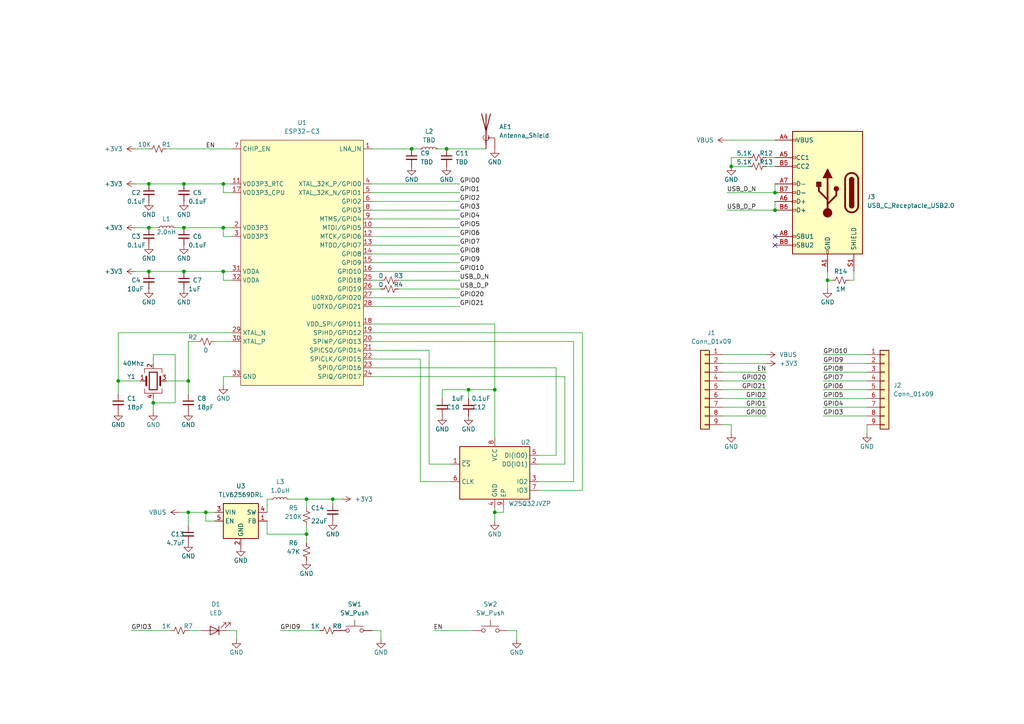
<source format=kicad_sch>
(kicad_sch (version 20210621) (generator eeschema)
  (paper "A4")
  (lib_symbols
    (symbol "Connector:USB_C_Receptacle_USB2.0" (pin_names (offset 1.016))
      (property "Reference" "J" (at -10.16 19.05 0))
      (property "Value" "USB_C_Receptacle_USB2.0" (at 19.05 19.05 0))
      (symbol "USB_C_Receptacle_USB2.0_0_0"
        (rectangle (start -0.254 -17.78) (end 0.254 -16.764))
        (rectangle (start 10.16 -14.986) (end 9.144 -15.494))
        (rectangle (start 10.16 -12.446) (end 9.144 -12.954))
        (rectangle (start 10.16 -4.826) (end 9.144 -5.334))
        (rectangle (start 10.16 -2.286) (end 9.144 -2.794))
        (rectangle (start 10.16 0.254) (end 9.144 -0.254))
        (rectangle (start 10.16 2.794) (end 9.144 2.286))
        (rectangle (start 10.16 7.874) (end 9.144 7.366))
        (rectangle (start 10.16 10.414) (end 9.144 9.906))
        (rectangle (start 10.16 15.494) (end 9.144 14.986))
      )
      (symbol "USB_C_Receptacle_USB2.0_0_1"
        (arc (start -8.89 -3.81) (end -5.08 -3.81) (radius (at -6.985 -3.81) (length 1.905) (angles -179.9 -0.1)) (stroke (width 0.508)))
        (arc (start -7.62 -3.81) (end -6.35 -3.81) (radius (at -6.985 -3.81) (length 0.635) (angles -179.9 -0.1)) (stroke (width 0.254)))
        (arc (start -6.35 3.81) (end -7.62 3.81) (radius (at -6.985 3.81) (length 0.635) (angles 0.1 179.9)) (stroke (width 0.254)))
        (arc (start -5.08 3.81) (end -8.89 3.81) (radius (at -6.985 3.81) (length 1.905) (angles 0.1 179.9)) (stroke (width 0.508)))
        (arc (start -7.62 -3.81) (end -6.35 -3.81) (radius (at -6.985 -3.81) (length 0.635) (angles -179.9 -0.1)) (stroke (width 0.254)) (fill (type outline)))
        (arc (start -6.35 3.81) (end -7.62 3.81) (radius (at -6.985 3.81) (length 0.635) (angles 0.1 179.9)) (stroke (width 0.254)) (fill (type outline)))
        (circle (center -2.54 1.143) (radius 0.635) (stroke (width 0.254)) (fill (type outline)))
        (circle (center 0 -5.842) (radius 1.27) (fill (type outline)))
        (rectangle (start -7.62 -3.81) (end -6.35 3.81) (stroke (width 0.254)) (fill (type outline)))
        (rectangle (start 1.905 1.778) (end 3.175 3.048) (stroke (width 0.254)) (fill (type outline)))
        (rectangle (start -10.16 17.78) (end 10.16 -17.78) (stroke (width 0.254)) (fill (type background)))
        (polyline (pts (xy -8.89 -3.81) (xy -8.89 3.81)) (stroke (width 0.508)))
        (polyline (pts (xy -5.08 3.81) (xy -5.08 -3.81)) (stroke (width 0.508)))
        (polyline (pts (xy 0 -5.842) (xy 0 4.318)) (stroke (width 0.508)))
        (polyline (pts (xy 0 -3.302) (xy -2.54 -0.762) (xy -2.54 0.508)) (stroke (width 0.508)))
        (polyline (pts (xy 0 -2.032) (xy 2.54 0.508) (xy 2.54 1.778)) (stroke (width 0.508)))
        (polyline (pts (xy -1.27 4.318) (xy 0 6.858) (xy 1.27 4.318) (xy -1.27 4.318)) (stroke (width 0.254)) (fill (type outline)))
      )
      (symbol "USB_C_Receptacle_USB2.0_1_1"
        (pin power_in line (at 0 -22.86 90) (length 5.08) (name "GND") (number "A1"))
        (pin passive line (at 0 -22.86 90) (length 5.08) hide (name "GND") (number "A12"))
        (pin power_in line (at 15.24 15.24 180) (length 5.08) (name "VBUS") (number "A4"))
        (pin bidirectional line (at 15.24 10.16 180) (length 5.08) (name "CC1") (number "A5"))
        (pin bidirectional line (at 15.24 -2.54 180) (length 5.08) (name "D+") (number "A6"))
        (pin bidirectional line (at 15.24 2.54 180) (length 5.08) (name "D-") (number "A7"))
        (pin bidirectional line (at 15.24 -12.7 180) (length 5.08) (name "SBU1") (number "A8"))
        (pin passive line (at 15.24 15.24 180) (length 5.08) hide (name "VBUS") (number "A9"))
        (pin passive line (at 0 -22.86 90) (length 5.08) hide (name "GND") (number "B1"))
        (pin passive line (at 0 -22.86 90) (length 5.08) hide (name "GND") (number "B12"))
        (pin passive line (at 15.24 15.24 180) (length 5.08) hide (name "VBUS") (number "B4"))
        (pin bidirectional line (at 15.24 7.62 180) (length 5.08) (name "CC2") (number "B5"))
        (pin bidirectional line (at 15.24 -5.08 180) (length 5.08) (name "D+") (number "B6"))
        (pin bidirectional line (at 15.24 0 180) (length 5.08) (name "D-") (number "B7"))
        (pin bidirectional line (at 15.24 -15.24 180) (length 5.08) (name "SBU2") (number "B8"))
        (pin passive line (at 15.24 15.24 180) (length 5.08) hide (name "VBUS") (number "B9"))
        (pin passive line (at -7.62 -22.86 90) (length 5.08) (name "SHIELD") (number "S1"))
      )
    )
    (symbol "Connector_Generic:Conn_01x09" (pin_names (offset 1.016) hide)
      (property "Reference" "J" (at 0 12.7 0))
      (property "Value" "Conn_01x09" (at 0 -12.7 0))
      (symbol "Conn_01x09_1_1"
        (rectangle (start -1.27 -10.033) (end 0 -10.287) (stroke (width 0.1524)))
        (rectangle (start -1.27 -7.493) (end 0 -7.747) (stroke (width 0.1524)))
        (rectangle (start -1.27 -4.953) (end 0 -5.207) (stroke (width 0.1524)))
        (rectangle (start -1.27 -2.413) (end 0 -2.667) (stroke (width 0.1524)))
        (rectangle (start -1.27 0.127) (end 0 -0.127) (stroke (width 0.1524)))
        (rectangle (start -1.27 2.667) (end 0 2.413) (stroke (width 0.1524)))
        (rectangle (start -1.27 5.207) (end 0 4.953) (stroke (width 0.1524)))
        (rectangle (start -1.27 7.747) (end 0 7.493) (stroke (width 0.1524)))
        (rectangle (start -1.27 10.287) (end 0 10.033) (stroke (width 0.1524)))
        (rectangle (start -1.27 11.43) (end 1.27 -11.43) (stroke (width 0.254)) (fill (type background)))
        (pin passive line (at -5.08 10.16 0) (length 3.81) (name "Pin_1") (number "1"))
        (pin passive line (at -5.08 7.62 0) (length 3.81) (name "Pin_2") (number "2"))
        (pin passive line (at -5.08 5.08 0) (length 3.81) (name "Pin_3") (number "3"))
        (pin passive line (at -5.08 2.54 0) (length 3.81) (name "Pin_4") (number "4"))
        (pin passive line (at -5.08 0 0) (length 3.81) (name "Pin_5") (number "5"))
        (pin passive line (at -5.08 -2.54 0) (length 3.81) (name "Pin_6") (number "6"))
        (pin passive line (at -5.08 -5.08 0) (length 3.81) (name "Pin_7") (number "7"))
        (pin passive line (at -5.08 -7.62 0) (length 3.81) (name "Pin_8") (number "8"))
        (pin passive line (at -5.08 -10.16 0) (length 3.81) (name "Pin_9") (number "9"))
      )
    )
    (symbol "Device:Antenna_Shield" (pin_numbers hide) (pin_names (offset 1.016) hide)
      (property "Reference" "AE" (at -1.905 4.445 0))
      (property "Value" "Antenna_Shield" (at -1.905 2.54 0))
      (symbol "Antenna_Shield_0_1"
        (arc (start 0 -2.667) (end -0.508 -1.143) (radius (at -0.0254 -1.8542) (length 0.8128) (angles -88.2 124.2)))
        (arc (start 0 -2.667) (end 0.508 -1.143) (radius (at 0.0254 -1.8542) (length 0.8128) (angles -91.8 55.8)))
        (circle (center 0.762 -1.905) (radius 0.1778) (fill (type outline)))
        (polyline (pts (xy 0 -2.54) (xy 0 0)))
        (polyline (pts (xy 0 5.08) (xy 0 -3.81)) (stroke (width 0.254)))
        (polyline (pts (xy 0.762 -1.905) (xy 2.54 -1.905)))
        (polyline (pts (xy 2.54 -2.54) (xy 2.54 -1.905)))
        (polyline (pts (xy 1.27 5.08) (xy 0 0) (xy -1.27 5.08)) (stroke (width 0.254)))
      )
      (symbol "Antenna_Shield_1_1"
        (pin input line (at 0 -5.08 90) (length 2.54) (name "A") (number "1"))
        (pin input line (at 2.54 -5.08 90) (length 2.54) (name "Shield") (number "2"))
      )
    )
    (symbol "Device:C_Small" (pin_numbers hide) (pin_names (offset 0.254) hide)
      (property "Reference" "C" (at 0.254 1.778 0))
      (property "Value" "C_Small" (at 0.254 -2.032 0))
      (symbol "C_Small_0_1"
        (polyline (pts (xy -1.524 -0.508) (xy 1.524 -0.508)) (stroke (width 0.3302)))
        (polyline (pts (xy -1.524 0.508) (xy 1.524 0.508)) (stroke (width 0.3048)))
      )
      (symbol "C_Small_1_1"
        (pin passive line (at 0 2.54 270) (length 2.032) (name "~") (number "1"))
        (pin passive line (at 0 -2.54 90) (length 2.032) (name "~") (number "2"))
      )
    )
    (symbol "Device:Crystal_GND24" (pin_names (offset 1.016) hide)
      (property "Reference" "Y" (at 3.175 5.08 0))
      (property "Value" "Crystal_GND24" (at 3.175 3.175 0))
      (symbol "Crystal_GND24_0_1"
        (rectangle (start -1.143 2.54) (end 1.143 -2.54) (stroke (width 0.3048)))
        (polyline (pts (xy -2.54 0) (xy -2.032 0)))
        (polyline (pts (xy -2.032 -1.27) (xy -2.032 1.27)) (stroke (width 0.508)))
        (polyline (pts (xy 0 -3.81) (xy 0 -3.556)))
        (polyline (pts (xy 0 3.556) (xy 0 3.81)))
        (polyline (pts (xy 2.032 -1.27) (xy 2.032 1.27)) (stroke (width 0.508)))
        (polyline (pts (xy 2.032 0) (xy 2.54 0)))
        (polyline (pts (xy -2.54 -2.286) (xy -2.54 -3.556) (xy 2.54 -3.556) (xy 2.54 -2.286)))
        (polyline (pts (xy -2.54 2.286) (xy -2.54 3.556) (xy 2.54 3.556) (xy 2.54 2.286)))
      )
      (symbol "Crystal_GND24_1_1"
        (pin passive line (at -3.81 0 0) (length 1.27) (name "1") (number "1"))
        (pin passive line (at 0 5.08 270) (length 1.27) (name "2") (number "2"))
        (pin passive line (at 3.81 0 180) (length 1.27) (name "3") (number "3"))
        (pin passive line (at 0 -5.08 90) (length 1.27) (name "4") (number "4"))
      )
    )
    (symbol "Device:LED" (pin_numbers hide) (pin_names (offset 1.016) hide)
      (property "Reference" "D" (at 0 2.54 0))
      (property "Value" "LED" (at 0 -2.54 0))
      (symbol "LED_0_1"
        (polyline (pts (xy -1.27 -1.27) (xy -1.27 1.27)) (stroke (width 0.2032)))
        (polyline (pts (xy -1.27 0) (xy 1.27 0)))
        (polyline (pts (xy 1.27 -1.27) (xy 1.27 1.27) (xy -1.27 0) (xy 1.27 -1.27)) (stroke (width 0.2032)))
        (polyline (pts (xy -3.048 -0.762) (xy -4.572 -2.286) (xy -3.81 -2.286) (xy -4.572 -2.286) (xy -4.572 -1.524)))
        (polyline (pts (xy -1.778 -0.762) (xy -3.302 -2.286) (xy -2.54 -2.286) (xy -3.302 -2.286) (xy -3.302 -1.524)))
      )
      (symbol "LED_1_1"
        (pin passive line (at -3.81 0 0) (length 2.54) (name "K") (number "1"))
        (pin passive line (at 3.81 0 180) (length 2.54) (name "A") (number "2"))
      )
    )
    (symbol "Device:L_Small" (pin_numbers hide) (pin_names (offset 0.254) hide)
      (property "Reference" "L" (at 0.762 1.016 0))
      (property "Value" "L_Small" (at 0.762 -1.016 0))
      (symbol "L_Small_0_1"
        (arc (start 0 -2.032) (end 0 -1.016) (radius (at 0 -1.524) (length 0.508) (angles -89.9 89.9)))
        (arc (start 0 -1.016) (end 0 0) (radius (at 0 -0.508) (length 0.508) (angles -89.9 89.9)))
        (arc (start 0 0) (end 0 1.016) (radius (at 0 0.508) (length 0.508) (angles -89.9 89.9)))
        (arc (start 0 1.016) (end 0 2.032) (radius (at 0 1.524) (length 0.508) (angles -89.9 89.9)))
      )
      (symbol "L_Small_1_1"
        (pin passive line (at 0 2.54 270) (length 0.508) (name "~") (number "1"))
        (pin passive line (at 0 -2.54 90) (length 0.508) (name "~") (number "2"))
      )
    )
    (symbol "Device:R_Small_US" (pin_numbers hide) (pin_names (offset 0.254) hide)
      (property "Reference" "R" (at 0.762 0.508 0))
      (property "Value" "R_Small_US" (at 0.762 -1.016 0))
      (symbol "R_Small_US_1_1"
        (polyline (pts (xy 0 0) (xy 1.016 -0.381) (xy 0 -0.762) (xy -1.016 -1.143) (xy 0 -1.524)))
        (polyline (pts (xy 0 1.524) (xy 1.016 1.143) (xy 0 0.762) (xy -1.016 0.381) (xy 0 0)))
        (pin passive line (at 0 2.54 270) (length 1.016) (name "~") (number "1"))
        (pin passive line (at 0 -2.54 90) (length 1.016) (name "~") (number "2"))
      )
    )
    (symbol "Memory_Flash:W25Q32JVZP"
      (property "Reference" "U" (at -8.89 8.89 0))
      (property "Value" "W25Q32JVZP" (at 7.62 8.89 0))
      (symbol "W25Q32JVZP_0_1"
        (rectangle (start -10.16 7.62) (end 10.16 -7.62) (stroke (width 0.254)) (fill (type background)))
      )
      (symbol "W25Q32JVZP_1_1"
        (pin input line (at -12.7 2.54 0) (length 2.54) (name "~{CS}") (number "1"))
        (pin bidirectional line (at 12.7 2.54 180) (length 2.54) (name "DO(IO1)") (number "2"))
        (pin bidirectional line (at 12.7 -2.54 180) (length 2.54) (name "IO2") (number "3"))
        (pin power_in line (at 0 -10.16 90) (length 2.54) (name "GND") (number "4"))
        (pin bidirectional line (at 12.7 5.08 180) (length 2.54) (name "DI(IO0)") (number "5"))
        (pin input line (at -12.7 -2.54 0) (length 2.54) (name "CLK") (number "6"))
        (pin bidirectional line (at 12.7 -5.08 180) (length 2.54) (name "IO3") (number "7"))
        (pin power_in line (at 0 10.16 270) (length 2.54) (name "VCC") (number "8"))
        (pin passive line (at 2.54 -10.16 90) (length 2.54) (name "EP") (number "9"))
      )
    )
    (symbol "Regulator_Switching:TLV62569DRL"
      (property "Reference" "U" (at -5.08 6.35 0))
      (property "Value" "TLV62569DRL" (at 0 6.35 0))
      (symbol "TLV62569DRL_0_1"
        (rectangle (start -5.08 5.08) (end 5.08 -5.08) (stroke (width 0.254)) (fill (type background)))
      )
      (symbol "TLV62569DRL_1_1"
        (pin input line (at 7.62 0 180) (length 2.54) (name "FB") (number "1"))
        (pin power_in line (at 0 -7.62 90) (length 2.54) (name "GND") (number "2"))
        (pin power_in line (at -7.62 2.54 0) (length 2.54) (name "VIN") (number "3"))
        (pin power_out line (at 7.62 2.54 180) (length 2.54) (name "SW") (number "4"))
        (pin input line (at -7.62 0 0) (length 2.54) (name "EN") (number "5"))
        (pin no_connect line (at 5.08 -2.54 180) (length 2.54) hide (name "NC") (number "6"))
      )
    )
    (symbol "Switch:SW_Push" (pin_numbers hide) (pin_names (offset 1.016) hide)
      (property "Reference" "SW" (at 1.27 2.54 0))
      (property "Value" "SW_Push" (at 0 -1.524 0))
      (symbol "SW_Push_0_1"
        (circle (center -2.032 0) (radius 0.508))
        (circle (center 2.032 0) (radius 0.508))
        (polyline (pts (xy 0 1.27) (xy 0 3.048)))
        (polyline (pts (xy 2.54 1.27) (xy -2.54 1.27)))
        (pin passive line (at -5.08 0 0) (length 2.54) (name "1") (number "1"))
        (pin passive line (at 5.08 0 180) (length 2.54) (name "2") (number "2"))
      )
    )
    (symbol "lofive-unchained:ESP32-C3"
      (property "Reference" "U" (at 0 38.1 0))
      (property "Value" "ESP32-C3" (at 0 -38.1 0))
      (symbol "ESP32-C3_0_1"
        (rectangle (start -17.78 35.56) (end 17.78 -35.56) (stroke (width 0.1524)) (fill (type background)))
      )
      (symbol "ESP32-C3_1_1"
        (pin passive line (at 20.32 33.02 180) (length 2.54) (name "LNA_IN") (number "1"))
        (pin passive line (at 20.32 10.16 180) (length 2.54) (name "MTDI/GPIO5") (number "10"))
        (pin passive line (at -20.32 22.86 0) (length 2.54) (name "VDD3P3_RTC") (number "11"))
        (pin passive line (at 20.32 7.62 180) (length 2.54) (name "MTCK/GPIO6") (number "12"))
        (pin passive line (at 20.32 5.08 180) (length 2.54) (name "MTDO/GPIO7") (number "13"))
        (pin passive line (at 20.32 2.54 180) (length 2.54) (name "GPIO8") (number "14"))
        (pin passive line (at 20.32 0 180) (length 2.54) (name "GPIO9") (number "15"))
        (pin passive line (at 20.32 -2.54 180) (length 2.54) (name "GPIO10") (number "16"))
        (pin passive line (at -20.32 20.32 0) (length 2.54) (name "VDD3P3_CPU") (number "17"))
        (pin passive line (at 20.32 -17.78 180) (length 2.54) (name "VDD_SPI/GPIO11") (number "18"))
        (pin passive line (at 20.32 -20.32 180) (length 2.54) (name "SPIHD/GPIO12") (number "19"))
        (pin power_in line (at -20.32 10.16 0) (length 2.54) (name "VDD3P3") (number "2"))
        (pin passive line (at 20.32 -22.86 180) (length 2.54) (name "SPIWP/GPIO13") (number "20"))
        (pin passive line (at 20.32 -25.4 180) (length 2.54) (name "SPICS0/GPIO14") (number "21"))
        (pin passive line (at 20.32 -27.94 180) (length 2.54) (name "SPICLK/GPIO15") (number "22"))
        (pin passive line (at 20.32 -30.48 180) (length 2.54) (name "SPID/GPIO16") (number "23"))
        (pin passive line (at 20.32 -33.02 180) (length 2.54) (name "SPIQ/GPIO17") (number "24"))
        (pin passive line (at 20.32 -5.08 180) (length 2.54) (name "GPIO18") (number "25"))
        (pin passive line (at 20.32 -7.62 180) (length 2.54) (name "GPIO19") (number "26"))
        (pin passive line (at 20.32 -10.16 180) (length 2.54) (name "U0RXD/GPIO20") (number "27"))
        (pin passive line (at 20.32 -12.7 180) (length 2.54) (name "U0TXD/GPIO21") (number "28"))
        (pin passive line (at -20.32 -20.32 0) (length 2.54) (name "XTAL_N") (number "29"))
        (pin power_in line (at -20.32 7.62 0) (length 2.54) (name "VDD3P3") (number "3"))
        (pin passive line (at -20.32 -22.86 0) (length 2.54) (name "XTAL_P") (number "30"))
        (pin passive line (at -20.32 -2.54 0) (length 2.54) (name "VDDA") (number "31"))
        (pin passive line (at -20.32 -5.08 0) (length 2.54) (name "VDDA") (number "32"))
        (pin passive line (at -20.32 -33.02 0) (length 2.54) (name "GND") (number "33"))
        (pin passive line (at 20.32 22.86 180) (length 2.54) (name "XTAL_32K_P/GPIO0") (number "4"))
        (pin passive line (at 20.32 20.32 180) (length 2.54) (name "XTAL_32K_N/GPIO1") (number "5"))
        (pin passive line (at 20.32 17.78 180) (length 2.54) (name "GPIO2") (number "6"))
        (pin passive line (at -20.32 33.02 0) (length 2.54) (name "CHIP_EN") (number "7"))
        (pin passive line (at 20.32 15.24 180) (length 2.54) (name "GPIO3") (number "8"))
        (pin passive line (at 20.32 12.7 180) (length 2.54) (name "MTMS/GPIO4") (number "9"))
      )
    )
    (symbol "power:+3.3V" (power) (pin_names (offset 0))
      (property "Value" "+3.3V" (at 0 3.556 0))
      (symbol "+3.3V_0_1"
        (polyline (pts (xy -0.762 1.27) (xy 0 2.54)))
        (polyline (pts (xy 0 0) (xy 0 2.54)))
        (polyline (pts (xy 0 2.54) (xy 0.762 1.27)))
      )
      (symbol "+3.3V_1_1"
        (pin power_in line (at 0 0 90) (length 0) hide (name "+3V3") (number "1"))
      )
    )
    (symbol "power:GND" (power) (pin_names (offset 0))
      (property "Value" "GND" (at 0 -3.81 0))
      (symbol "GND_0_1"
        (polyline (pts (xy 0 0) (xy 0 -1.27) (xy 1.27 -1.27) (xy 0 -2.54) (xy -1.27 -1.27) (xy 0 -1.27)))
      )
      (symbol "GND_1_1"
        (pin power_in line (at 0 0 270) (length 0) hide (name "GND") (number "1"))
      )
    )
    (symbol "power:VBUS" (power) (pin_names (offset 0))
      (property "Value" "VBUS" (at 0 3.81 0))
      (symbol "VBUS_0_1"
        (polyline (pts (xy -0.762 1.27) (xy 0 2.54)))
        (polyline (pts (xy 0 0) (xy 0 2.54)))
        (polyline (pts (xy 0 2.54) (xy 0.762 1.27)))
      )
      (symbol "VBUS_1_1"
        (pin power_in line (at 0 0 90) (length 0) hide (name "VBUS") (number "1"))
      )
    )
  )
  (junction (at 34.29 110.49))
  (junction (at 43.18 53.34))
  (junction (at 43.18 66.04))
  (junction (at 43.18 78.74))
  (junction (at 44.45 116.84))
  (junction (at 53.34 53.34))
  (junction (at 53.34 66.04))
  (junction (at 53.34 78.74))
  (junction (at 54.61 110.49))
  (junction (at 54.61 148.59))
  (junction (at 59.69 148.59))
  (junction (at 64.77 53.34))
  (junction (at 64.77 66.04))
  (junction (at 64.77 78.74))
  (junction (at 88.9 144.78))
  (junction (at 88.9 154.94))
  (junction (at 96.52 144.78))
  (junction (at 119.38 43.18))
  (junction (at 129.54 43.18))
  (junction (at 135.89 113.03))
  (junction (at 143.51 113.03))
  (junction (at 143.51 148.59))
  (junction (at 212.09 48.26))
  (junction (at 224.79 55.88))
  (junction (at 224.79 60.96))
  (junction (at 240.03 81.28))
  (no_connect (at 224.79 68.58))
  (no_connect (at 224.79 71.12))
  (wire (pts (xy 34.29 96.52) (xy 34.29 110.49)))
  (wire (pts (xy 34.29 110.49) (xy 34.29 114.3)))
  (wire (pts (xy 34.29 110.49) (xy 40.64 110.49)))
  (wire (pts (xy 38.1 182.88) (xy 49.53 182.88)))
  (wire (pts (xy 39.37 43.18) (xy 43.18 43.18)))
  (wire (pts (xy 39.37 53.34) (xy 43.18 53.34)))
  (wire (pts (xy 39.37 66.04) (xy 43.18 66.04)))
  (wire (pts (xy 39.37 78.74) (xy 43.18 78.74)))
  (wire (pts (xy 43.18 53.34) (xy 53.34 53.34)))
  (wire (pts (xy 43.18 66.04) (xy 45.72 66.04)))
  (wire (pts (xy 43.18 78.74) (xy 53.34 78.74)))
  (wire (pts (xy 44.45 102.87) (xy 44.45 105.41)))
  (wire (pts (xy 44.45 102.87) (xy 50.8 102.87)))
  (wire (pts (xy 44.45 116.84) (xy 44.45 115.57)))
  (wire (pts (xy 44.45 119.38) (xy 44.45 116.84)))
  (wire (pts (xy 48.26 43.18) (xy 67.31 43.18)))
  (wire (pts (xy 48.26 110.49) (xy 54.61 110.49)))
  (wire (pts (xy 50.8 66.04) (xy 53.34 66.04)))
  (wire (pts (xy 50.8 102.87) (xy 50.8 116.84)))
  (wire (pts (xy 50.8 116.84) (xy 44.45 116.84)))
  (wire (pts (xy 52.07 148.59) (xy 54.61 148.59)))
  (wire (pts (xy 53.34 53.34) (xy 64.77 53.34)))
  (wire (pts (xy 53.34 66.04) (xy 64.77 66.04)))
  (wire (pts (xy 53.34 78.74) (xy 64.77 78.74)))
  (wire (pts (xy 54.61 99.06) (xy 54.61 110.49)))
  (wire (pts (xy 54.61 99.06) (xy 57.15 99.06)))
  (wire (pts (xy 54.61 110.49) (xy 54.61 114.3)))
  (wire (pts (xy 54.61 148.59) (xy 54.61 152.4)))
  (wire (pts (xy 54.61 148.59) (xy 59.69 148.59)))
  (wire (pts (xy 54.61 182.88) (xy 58.42 182.88)))
  (wire (pts (xy 59.69 148.59) (xy 62.23 148.59)))
  (wire (pts (xy 59.69 151.13) (xy 59.69 148.59)))
  (wire (pts (xy 62.23 99.06) (xy 67.31 99.06)))
  (wire (pts (xy 62.23 151.13) (xy 59.69 151.13)))
  (wire (pts (xy 64.77 53.34) (xy 67.31 53.34)))
  (wire (pts (xy 64.77 55.88) (xy 64.77 53.34)))
  (wire (pts (xy 64.77 66.04) (xy 67.31 66.04)))
  (wire (pts (xy 64.77 68.58) (xy 64.77 66.04)))
  (wire (pts (xy 64.77 78.74) (xy 67.31 78.74)))
  (wire (pts (xy 64.77 81.28) (xy 64.77 78.74)))
  (wire (pts (xy 64.77 109.22) (xy 64.77 111.76)))
  (wire (pts (xy 66.04 182.88) (xy 68.58 182.88)))
  (wire (pts (xy 67.31 55.88) (xy 64.77 55.88)))
  (wire (pts (xy 67.31 68.58) (xy 64.77 68.58)))
  (wire (pts (xy 67.31 81.28) (xy 64.77 81.28)))
  (wire (pts (xy 67.31 96.52) (xy 34.29 96.52)))
  (wire (pts (xy 67.31 109.22) (xy 64.77 109.22)))
  (wire (pts (xy 68.58 182.88) (xy 68.58 185.42)))
  (wire (pts (xy 77.47 144.78) (xy 78.74 144.78)))
  (wire (pts (xy 77.47 148.59) (xy 77.47 144.78)))
  (wire (pts (xy 77.47 151.13) (xy 77.47 154.94)))
  (wire (pts (xy 77.47 154.94) (xy 88.9 154.94)))
  (wire (pts (xy 81.28 182.88) (xy 92.71 182.88)))
  (wire (pts (xy 83.82 144.78) (xy 88.9 144.78)))
  (wire (pts (xy 88.9 144.78) (xy 88.9 147.32)))
  (wire (pts (xy 88.9 144.78) (xy 96.52 144.78)))
  (wire (pts (xy 88.9 154.94) (xy 88.9 152.4)))
  (wire (pts (xy 88.9 154.94) (xy 88.9 157.48)))
  (wire (pts (xy 96.52 144.78) (xy 99.06 144.78)))
  (wire (pts (xy 96.52 146.05) (xy 96.52 144.78)))
  (wire (pts (xy 107.95 43.18) (xy 119.38 43.18)))
  (wire (pts (xy 107.95 93.98) (xy 143.51 93.98)))
  (wire (pts (xy 107.95 96.52) (xy 168.91 96.52)))
  (wire (pts (xy 107.95 99.06) (xy 166.37 99.06)))
  (wire (pts (xy 107.95 101.6) (xy 124.46 101.6)))
  (wire (pts (xy 107.95 104.14) (xy 121.92 104.14)))
  (wire (pts (xy 107.95 106.68) (xy 161.29 106.68)))
  (wire (pts (xy 107.95 109.22) (xy 163.83 109.22)))
  (wire (pts (xy 107.95 182.88) (xy 110.49 182.88)))
  (wire (pts (xy 110.49 81.28) (xy 107.95 81.28)))
  (wire (pts (xy 110.49 83.82) (xy 107.95 83.82)))
  (wire (pts (xy 110.49 182.88) (xy 110.49 185.42)))
  (wire (pts (xy 119.38 43.18) (xy 121.92 43.18)))
  (wire (pts (xy 121.92 104.14) (xy 121.92 139.7)))
  (wire (pts (xy 121.92 139.7) (xy 130.81 139.7)))
  (wire (pts (xy 124.46 101.6) (xy 124.46 134.62)))
  (wire (pts (xy 124.46 134.62) (xy 130.81 134.62)))
  (wire (pts (xy 125.73 182.88) (xy 137.16 182.88)))
  (wire (pts (xy 127 43.18) (xy 129.54 43.18)))
  (wire (pts (xy 128.27 113.03) (xy 135.89 113.03)))
  (wire (pts (xy 128.27 115.57) (xy 128.27 113.03)))
  (wire (pts (xy 129.54 43.18) (xy 140.97 43.18)))
  (wire (pts (xy 133.35 53.34) (xy 107.95 53.34)))
  (wire (pts (xy 133.35 55.88) (xy 107.95 55.88)))
  (wire (pts (xy 133.35 58.42) (xy 107.95 58.42)))
  (wire (pts (xy 133.35 60.96) (xy 107.95 60.96)))
  (wire (pts (xy 133.35 63.5) (xy 107.95 63.5)))
  (wire (pts (xy 133.35 66.04) (xy 107.95 66.04)))
  (wire (pts (xy 133.35 68.58) (xy 107.95 68.58)))
  (wire (pts (xy 133.35 71.12) (xy 107.95 71.12)))
  (wire (pts (xy 133.35 73.66) (xy 107.95 73.66)))
  (wire (pts (xy 133.35 76.2) (xy 107.95 76.2)))
  (wire (pts (xy 133.35 78.74) (xy 107.95 78.74)))
  (wire (pts (xy 133.35 81.28) (xy 115.57 81.28)))
  (wire (pts (xy 133.35 83.82) (xy 115.57 83.82)))
  (wire (pts (xy 133.35 86.36) (xy 107.95 86.36)))
  (wire (pts (xy 133.35 88.9) (xy 107.95 88.9)))
  (wire (pts (xy 135.89 113.03) (xy 135.89 115.57)))
  (wire (pts (xy 135.89 113.03) (xy 143.51 113.03)))
  (wire (pts (xy 143.51 93.98) (xy 143.51 113.03)))
  (wire (pts (xy 143.51 113.03) (xy 143.51 127)))
  (wire (pts (xy 143.51 147.32) (xy 143.51 148.59)))
  (wire (pts (xy 143.51 148.59) (xy 143.51 151.13)))
  (wire (pts (xy 143.51 148.59) (xy 146.05 148.59)))
  (wire (pts (xy 146.05 148.59) (xy 146.05 147.32)))
  (wire (pts (xy 147.32 182.88) (xy 149.86 182.88)))
  (wire (pts (xy 149.86 182.88) (xy 149.86 185.42)))
  (wire (pts (xy 156.21 132.08) (xy 161.29 132.08)))
  (wire (pts (xy 156.21 139.7) (xy 166.37 139.7)))
  (wire (pts (xy 161.29 132.08) (xy 161.29 106.68)))
  (wire (pts (xy 163.83 109.22) (xy 163.83 134.62)))
  (wire (pts (xy 163.83 134.62) (xy 156.21 134.62)))
  (wire (pts (xy 166.37 99.06) (xy 166.37 139.7)))
  (wire (pts (xy 168.91 96.52) (xy 168.91 142.24)))
  (wire (pts (xy 168.91 142.24) (xy 156.21 142.24)))
  (wire (pts (xy 209.55 123.19) (xy 212.09 123.19)))
  (wire (pts (xy 210.82 40.64) (xy 224.79 40.64)))
  (wire (pts (xy 210.82 55.88) (xy 224.79 55.88)))
  (wire (pts (xy 210.82 60.96) (xy 224.79 60.96)))
  (wire (pts (xy 212.09 45.72) (xy 217.17 45.72)))
  (wire (pts (xy 212.09 48.26) (xy 212.09 45.72)))
  (wire (pts (xy 212.09 123.19) (xy 212.09 125.73)))
  (wire (pts (xy 217.17 48.26) (xy 212.09 48.26)))
  (wire (pts (xy 222.25 45.72) (xy 224.79 45.72)))
  (wire (pts (xy 222.25 48.26) (xy 224.79 48.26)))
  (wire (pts (xy 222.25 102.87) (xy 209.55 102.87)))
  (wire (pts (xy 222.25 105.41) (xy 209.55 105.41)))
  (wire (pts (xy 222.25 107.95) (xy 209.55 107.95)))
  (wire (pts (xy 222.25 110.49) (xy 209.55 110.49)))
  (wire (pts (xy 222.25 113.03) (xy 209.55 113.03)))
  (wire (pts (xy 222.25 115.57) (xy 209.55 115.57)))
  (wire (pts (xy 222.25 118.11) (xy 209.55 118.11)))
  (wire (pts (xy 222.25 120.65) (xy 209.55 120.65)))
  (wire (pts (xy 224.79 53.34) (xy 224.79 55.88)))
  (wire (pts (xy 224.79 58.42) (xy 224.79 60.96)))
  (wire (pts (xy 238.76 102.87) (xy 251.46 102.87)))
  (wire (pts (xy 238.76 105.41) (xy 251.46 105.41)))
  (wire (pts (xy 238.76 107.95) (xy 251.46 107.95)))
  (wire (pts (xy 238.76 110.49) (xy 251.46 110.49)))
  (wire (pts (xy 238.76 113.03) (xy 251.46 113.03)))
  (wire (pts (xy 238.76 115.57) (xy 251.46 115.57)))
  (wire (pts (xy 238.76 118.11) (xy 251.46 118.11)))
  (wire (pts (xy 240.03 78.74) (xy 240.03 81.28)))
  (wire (pts (xy 240.03 81.28) (xy 240.03 83.82)))
  (wire (pts (xy 240.03 81.28) (xy 241.3 81.28)))
  (wire (pts (xy 246.38 81.28) (xy 247.65 81.28)))
  (wire (pts (xy 247.65 81.28) (xy 247.65 78.74)))
  (wire (pts (xy 251.46 120.65) (xy 238.76 120.65)))
  (wire (pts (xy 251.46 123.19) (xy 251.46 125.73)))
  (label "GPIO3" (at 38.1 182.88 0))
  (label "EN" (at 59.69 43.18 0))
  (label "GPIO9" (at 81.28 182.88 0))
  (label "EN" (at 125.73 182.88 0))
  (label "GPIO0" (at 133.35 53.34 0))
  (label "GPIO1" (at 133.35 55.88 0))
  (label "GPIO2" (at 133.35 58.42 0))
  (label "GPIO3" (at 133.35 60.96 0))
  (label "GPIO4" (at 133.35 63.5 0))
  (label "GPIO5" (at 133.35 66.04 0))
  (label "GPIO6" (at 133.35 68.58 0))
  (label "GPIO7" (at 133.35 71.12 0))
  (label "GPIO8" (at 133.35 73.66 0))
  (label "GPIO9" (at 133.35 76.2 0))
  (label "GPIO10" (at 133.35 78.74 0))
  (label "USB_D_N" (at 133.35 81.28 0))
  (label "USB_D_P" (at 133.35 83.82 0))
  (label "GPIO20" (at 133.35 86.36 0))
  (label "GPIO21" (at 133.35 88.9 0))
  (label "USB_D_N" (at 210.82 55.88 0))
  (label "USB_D_P" (at 210.82 60.96 0))
  (label "EN" (at 222.25 107.95 180))
  (label "GPIO20" (at 222.25 110.49 180))
  (label "GPIO21" (at 222.25 113.03 180))
  (label "GPIO2" (at 222.25 115.57 180))
  (label "GPIO1" (at 222.25 118.11 180))
  (label "GPIO0" (at 222.25 120.65 180))
  (label "GPIO10" (at 238.76 102.87 0))
  (label "GPIO9" (at 238.76 105.41 0))
  (label "GPIO8" (at 238.76 107.95 0))
  (label "GPIO7" (at 238.76 110.49 0))
  (label "GPIO6" (at 238.76 113.03 0))
  (label "GPIO5" (at 238.76 115.57 0))
  (label "GPIO4" (at 238.76 118.11 0))
  (label "GPIO3" (at 238.76 120.65 0))
  (symbol (lib_id "power:+3.3V") (at 39.37 43.18 90) (unit 1)
    (property "Reference" "#PWR0113" (effects hide))
    (property "Value" "+3.3V" (at 35.56 43.1799 90) (effects (justify left)))
  )
  (symbol (lib_id "power:+3.3V") (at 39.37 53.34 90) (unit 1)
    (property "Reference" "#PWR0112" (effects hide))
    (property "Value" "+3.3V" (at 35.56 53.3399 90) (effects (justify left)))
  )
  (symbol (lib_id "power:+3.3V") (at 39.37 66.04 90) (unit 1)
    (property "Reference" "#PWR0109" (effects hide))
    (property "Value" "+3.3V" (at 35.56 66.0399 90) (effects (justify left)))
  )
  (symbol (lib_id "power:+3.3V") (at 39.37 78.74 90) (unit 1)
    (property "Reference" "#PWR0107" (effects hide))
    (property "Value" "+3.3V" (at 35.56 78.7399 90) (effects (justify left)))
  )
  (symbol (lib_id "power:VBUS") (at 52.07 148.59 90) (mirror x) (unit 1)
    (property "Reference" "#PWR01" (effects hide))
    (property "Value" "VBUS" (at 43.18 148.5899 90) (effects (justify right)))
  )
  (symbol (lib_id "power:+3.3V") (at 99.06 144.78 270) (unit 1)
    (property "Reference" "#PWR0128" (effects hide))
    (property "Value" "+3.3V" (at 102.87 144.7799 90) (effects (justify left)))
  )
  (symbol (lib_id "power:VBUS") (at 210.82 40.64 90) (mirror x) (unit 1)
    (property "Reference" "#PWR0125" (effects hide))
    (property "Value" "VBUS" (at 201.93 40.6399 90) (effects (justify right)))
  )
  (symbol (lib_id "power:VBUS") (at 222.25 102.87 270) (mirror x) (unit 1)
    (property "Reference" "#PWR0120" (effects hide))
    (property "Value" "VBUS" (at 226.06 102.8699 90) (effects (justify left)))
  )
  (symbol (lib_id "power:+3.3V") (at 222.25 105.41 270) (mirror x) (unit 1)
    (property "Reference" "#PWR0121" (effects hide))
    (property "Value" "+3.3V" (at 226.0601 105.41 90) (effects (justify left)))
  )
  (symbol (lib_id "Device:L_Small") (at 48.26 66.04 90) (unit 1)
    (property "Reference" "L1" (at 48.26 63.5 90))
    (property "Value" "2.0nH" (at 48.26 67.31 90))
    (property "Footprint" "Inductor_SMD:L_0402_1005Metric" (effects hide))
  )
  (symbol (lib_id "Device:L_Small") (at 81.28 144.78 90) (unit 1)
    (property "Reference" "L3" (at 81.28 139.7 90))
    (property "Value" "1.0uH" (at 81.28 142.24 90))
    (property "Footprint" "Inductor_SMD:L_0805_2012Metric" (effects hide))
  )
  (symbol (lib_id "Device:L_Small") (at 124.46 43.18 90) (unit 1)
    (property "Reference" "L2" (at 124.46 38.1 90))
    (property "Value" "TBD" (at 124.46 40.64 90))
    (property "Footprint" "Inductor_SMD:L_0402_1005Metric" (effects hide))
  )
  (symbol (lib_id "power:GND") (at 34.29 119.38 0) (unit 1)
    (property "Reference" "#PWR0101" (effects hide))
    (property "Value" "GND" (at 34.29 123.19 0))
  )
  (symbol (lib_id "power:GND") (at 43.18 58.42 0) (unit 1)
    (property "Reference" "#PWR0108" (effects hide))
    (property "Value" "GND" (at 43.18 62.23 0))
  )
  (symbol (lib_id "power:GND") (at 43.18 71.12 0) (unit 1)
    (property "Reference" "#PWR0111" (effects hide))
    (property "Value" "GND" (at 43.18 74.93 0))
  )
  (symbol (lib_id "power:GND") (at 43.18 83.82 0) (unit 1)
    (property "Reference" "#PWR0105" (effects hide))
    (property "Value" "GND" (at 43.18 87.63 0))
  )
  (symbol (lib_id "power:GND") (at 44.45 119.38 0) (unit 1)
    (property "Reference" "#PWR0102" (effects hide))
    (property "Value" "GND" (at 44.45 123.19 0))
  )
  (symbol (lib_id "power:GND") (at 53.34 58.42 0) (unit 1)
    (property "Reference" "#PWR0117" (effects hide))
    (property "Value" "GND" (at 53.34 62.23 0))
  )
  (symbol (lib_id "power:GND") (at 53.34 71.12 0) (unit 1)
    (property "Reference" "#PWR0110" (effects hide))
    (property "Value" "GND" (at 53.34 74.93 0))
  )
  (symbol (lib_id "power:GND") (at 53.34 83.82 0) (unit 1)
    (property "Reference" "#PWR0106" (effects hide))
    (property "Value" "GND" (at 53.34 87.63 0))
  )
  (symbol (lib_id "power:GND") (at 54.61 119.38 0) (unit 1)
    (property "Reference" "#PWR0104" (effects hide))
    (property "Value" "GND" (at 54.61 123.19 0))
  )
  (symbol (lib_id "power:GND") (at 54.61 157.48 0) (unit 1)
    (property "Reference" "#PWR02" (effects hide))
    (property "Value" "GND" (at 54.61 161.29 0))
  )
  (symbol (lib_id "power:GND") (at 64.77 111.76 0) (unit 1)
    (property "Reference" "#PWR0103" (effects hide))
    (property "Value" "GND" (at 64.77 115.57 0))
  )
  (symbol (lib_id "power:GND") (at 68.58 185.42 0) (mirror y) (unit 1)
    (property "Reference" "#PWR0130" (effects hide))
    (property "Value" "GND" (at 68.58 189.23 0))
  )
  (symbol (lib_id "power:GND") (at 69.85 158.75 0) (unit 1)
    (property "Reference" "#PWR03" (effects hide))
    (property "Value" "GND" (at 69.85 162.56 0))
  )
  (symbol (lib_id "power:GND") (at 88.9 162.56 0) (unit 1)
    (property "Reference" "#PWR04" (effects hide))
    (property "Value" "GND" (at 88.9 166.37 0))
  )
  (symbol (lib_id "power:GND") (at 96.52 151.13 0) (unit 1)
    (property "Reference" "#PWR05" (effects hide))
    (property "Value" "GND" (at 96.52 154.94 0))
  )
  (symbol (lib_id "power:GND") (at 110.49 185.42 0) (mirror y) (unit 1)
    (property "Reference" "#PWR0129" (effects hide))
    (property "Value" "GND" (at 110.49 189.23 0))
  )
  (symbol (lib_id "power:GND") (at 119.38 48.26 0) (unit 1)
    (property "Reference" "#PWR0118" (effects hide))
    (property "Value" "GND" (at 119.38 52.07 0))
  )
  (symbol (lib_id "power:GND") (at 128.27 120.65 0) (unit 1)
    (property "Reference" "#PWR0114" (effects hide))
    (property "Value" "GND" (at 128.27 124.46 0))
  )
  (symbol (lib_id "power:GND") (at 129.54 48.26 0) (unit 1)
    (property "Reference" "#PWR0119" (effects hide))
    (property "Value" "GND" (at 129.54 52.07 0))
  )
  (symbol (lib_id "power:GND") (at 135.89 120.65 0) (unit 1)
    (property "Reference" "#PWR0116" (effects hide))
    (property "Value" "GND" (at 135.89 124.46 0))
  )
  (symbol (lib_id "power:GND") (at 143.51 43.18 0) (unit 1)
    (property "Reference" "#PWR0127" (effects hide))
    (property "Value" "GND" (at 143.51 46.99 0))
  )
  (symbol (lib_id "power:GND") (at 143.51 151.13 0) (unit 1)
    (property "Reference" "#PWR0115" (effects hide))
    (property "Value" "GND" (at 143.51 154.94 0))
  )
  (symbol (lib_id "power:GND") (at 149.86 185.42 0) (mirror y) (unit 1)
    (property "Reference" "#PWR0131" (effects hide))
    (property "Value" "GND" (at 149.86 189.23 0))
  )
  (symbol (lib_id "power:GND") (at 212.09 48.26 0) (unit 1)
    (property "Reference" "#PWR0126" (effects hide))
    (property "Value" "GND" (at 212.09 52.07 0))
  )
  (symbol (lib_id "power:GND") (at 212.09 125.73 0) (mirror y) (unit 1)
    (property "Reference" "#PWR0123" (effects hide))
    (property "Value" "GND" (at 212.09 129.54 0))
  )
  (symbol (lib_id "power:GND") (at 240.03 83.82 0) (unit 1)
    (property "Reference" "#PWR0124" (effects hide))
    (property "Value" "GND" (at 240.03 87.63 0))
  )
  (symbol (lib_id "power:GND") (at 251.46 125.73 0) (unit 1)
    (property "Reference" "#PWR0122" (effects hide))
    (property "Value" "GND" (at 251.46 129.54 0))
  )
  (symbol (lib_id "Device:R_Small_US") (at 45.72 43.18 90) (unit 1)
    (property "Reference" "R1" (at 48.26 41.91 90))
    (property "Value" "10K" (at 41.91 41.91 90))
    (property "Footprint" "Resistor_SMD:R_0402_1005Metric" (effects hide))
  )
  (symbol (lib_id "Device:R_Small_US") (at 52.07 182.88 90) (unit 1)
    (property "Reference" "R7" (at 54.61 181.61 90))
    (property "Value" "1K" (at 48.26 181.61 90))
    (property "Footprint" "Resistor_SMD:R_0402_1005Metric" (effects hide))
  )
  (symbol (lib_id "Device:R_Small_US") (at 59.69 99.06 90) (unit 1)
    (property "Reference" "R2" (at 55.88 97.79 90))
    (property "Value" "0" (at 59.69 101.6 90))
    (property "Footprint" "Resistor_SMD:R_0402_1005Metric" (effects hide))
  )
  (symbol (lib_id "Device:R_Small_US") (at 88.9 149.86 180) (unit 1)
    (property "Reference" "R5" (at 85.09 147.32 0))
    (property "Value" "210K" (at 85.09 149.86 0))
    (property "Footprint" "Resistor_SMD:R_0402_1005Metric" (effects hide))
  )
  (symbol (lib_id "Device:R_Small_US") (at 88.9 160.02 180) (unit 1)
    (property "Reference" "R6" (at 85.09 157.48 0))
    (property "Value" "47K" (at 85.09 160.02 0))
    (property "Footprint" "Resistor_SMD:R_0402_1005Metric" (effects hide))
  )
  (symbol (lib_id "Device:R_Small_US") (at 95.25 182.88 90) (unit 1)
    (property "Reference" "R8" (at 97.79 181.61 90))
    (property "Value" "1K" (at 91.44 181.61 90))
    (property "Footprint" "Resistor_SMD:R_0402_1005Metric" (effects hide))
  )
  (symbol (lib_id "Device:R_Small_US") (at 113.03 81.28 90) (unit 1)
    (property "Reference" "R3" (at 115.57 80.01 90))
    (property "Value" "0" (at 110.49 80.01 90))
    (property "Footprint" "Resistor_SMD:R_0402_1005Metric" (effects hide))
  )
  (symbol (lib_id "Device:R_Small_US") (at 113.03 83.82 90) (unit 1)
    (property "Reference" "R4" (at 115.57 82.55 90))
    (property "Value" "0" (at 110.49 82.55 90))
    (property "Footprint" "Resistor_SMD:R_0402_1005Metric" (effects hide))
  )
  (symbol (lib_id "Device:R_Small_US") (at 219.71 45.72 90) (unit 1)
    (property "Reference" "R12" (at 222.25 44.45 90))
    (property "Value" "5.1K" (at 215.9 44.45 90))
    (property "Footprint" "Resistor_SMD:R_0402_1005Metric" (effects hide))
  )
  (symbol (lib_id "Device:R_Small_US") (at 219.71 48.26 90) (unit 1)
    (property "Reference" "R13" (at 222.25 46.99 90))
    (property "Value" "5.1K" (at 215.9 46.99 90))
    (property "Footprint" "Resistor_SMD:R_0402_1005Metric" (effects hide))
  )
  (symbol (lib_id "Device:R_Small_US") (at 243.84 81.28 90) (unit 1)
    (property "Reference" "R14" (at 243.84 78.74 90))
    (property "Value" "1M" (at 243.84 83.82 90))
    (property "Footprint" "Resistor_SMD:R_0402_1005Metric" (effects hide))
  )
  (symbol (lib_id "Device:C_Small") (at 34.29 116.84 0) (unit 1)
    (property "Reference" "C1" (at 36.83 115.5699 0) (effects (justify left)))
    (property "Value" "18pF" (at 36.83 118.1099 0) (effects (justify left)))
    (property "Footprint" "Capacitor_SMD:C_0402_1005Metric" (effects hide))
  )
  (symbol (lib_id "Device:C_Small") (at 43.18 55.88 0) (unit 1)
    (property "Reference" "C2" (at 38.1 55.8799 0) (effects (justify left)))
    (property "Value" "0.1uF" (at 36.83 58.4199 0) (effects (justify left)))
    (property "Footprint" "Capacitor_SMD:C_0402_1005Metric" (effects hide))
  )
  (symbol (lib_id "Device:C_Small") (at 43.18 68.58 0) (unit 1)
    (property "Reference" "C3" (at 38.1 68.5799 0) (effects (justify left)))
    (property "Value" "0.1uF" (at 36.83 71.1199 0) (effects (justify left)))
    (property "Footprint" "Capacitor_SMD:C_0402_1005Metric" (effects hide))
  )
  (symbol (lib_id "Device:C_Small") (at 43.18 81.28 0) (unit 1)
    (property "Reference" "C4" (at 38.1 81.2799 0) (effects (justify left)))
    (property "Value" "10uF" (at 36.83 83.8199 0) (effects (justify left)))
    (property "Footprint" "Capacitor_SMD:C_0603_1608Metric" (effects hide))
  )
  (symbol (lib_id "Device:C_Small") (at 53.34 55.88 0) (unit 1)
    (property "Reference" "C5" (at 55.88 55.8799 0) (effects (justify left)))
    (property "Value" "0.1uF" (at 54.61 58.4199 0) (effects (justify left)))
    (property "Footprint" "Capacitor_SMD:C_0402_1005Metric" (effects hide))
  )
  (symbol (lib_id "Device:C_Small") (at 53.34 68.58 0) (unit 1)
    (property "Reference" "C6" (at 55.88 68.5799 0) (effects (justify left)))
    (property "Value" "0.1uF" (at 54.61 71.1199 0) (effects (justify left)))
    (property "Footprint" "Capacitor_SMD:C_0402_1005Metric" (effects hide))
  )
  (symbol (lib_id "Device:C_Small") (at 53.34 81.28 0) (unit 1)
    (property "Reference" "C7" (at 55.88 81.2799 0) (effects (justify left)))
    (property "Value" "1uF" (at 54.61 83.8199 0) (effects (justify left)))
    (property "Footprint" "Capacitor_SMD:C_0402_1005Metric" (effects hide))
  )
  (symbol (lib_id "Device:C_Small") (at 54.61 116.84 0) (unit 1)
    (property "Reference" "C8" (at 57.15 115.5699 0) (effects (justify left)))
    (property "Value" "18pF" (at 57.15 118.1099 0) (effects (justify left)))
    (property "Footprint" "Capacitor_SMD:C_0402_1005Metric" (effects hide))
  )
  (symbol (lib_id "Device:C_Small") (at 54.61 154.94 0) (unit 1)
    (property "Reference" "C13" (at 49.53 154.9399 0) (effects (justify left)))
    (property "Value" "4.7uF" (at 48.26 157.4799 0) (effects (justify left)))
    (property "Footprint" "Capacitor_SMD:C_0603_1608Metric" (effects hide))
  )
  (symbol (lib_id "Device:C_Small") (at 96.52 148.59 0) (unit 1)
    (property "Reference" "C14" (at 90.17 147.3199 0) (effects (justify left)))
    (property "Value" "22uF" (at 90.17 151.1299 0) (effects (justify left)))
    (property "Footprint" "Capacitor_SMD:C_0603_1608Metric" (effects hide))
  )
  (symbol (lib_id "Device:C_Small") (at 119.38 45.72 0) (unit 1)
    (property "Reference" "C9" (at 121.92 44.4499 0) (effects (justify left)))
    (property "Value" "TBD" (at 121.92 46.9899 0) (effects (justify left)))
    (property "Footprint" "Capacitor_SMD:C_0402_1005Metric" (effects hide))
  )
  (symbol (lib_id "Device:C_Small") (at 128.27 118.11 180) (unit 1)
    (property "Reference" "C10" (at 133.35 118.1101 0) (effects (justify left)))
    (property "Value" "1uF" (at 134.62 115.5701 0) (effects (justify left)))
    (property "Footprint" "Capacitor_SMD:C_0402_1005Metric" (effects hide))
  )
  (symbol (lib_id "Device:C_Small") (at 129.54 45.72 0) (unit 1)
    (property "Reference" "C11" (at 132.08 44.4499 0) (effects (justify left)))
    (property "Value" "TBD" (at 132.08 46.9899 0) (effects (justify left)))
    (property "Footprint" "Capacitor_SMD:C_0402_1005Metric" (effects hide))
  )
  (symbol (lib_id "Device:C_Small") (at 135.89 118.11 180) (unit 1)
    (property "Reference" "C12" (at 140.97 118.1101 0) (effects (justify left)))
    (property "Value" "0.1uF" (at 142.24 115.5701 0) (effects (justify left)))
    (property "Footprint" "Capacitor_SMD:C_0402_1005Metric" (effects hide))
  )
  (symbol (lib_id "Device:LED") (at 62.23 182.88 180) (unit 1)
    (property "Reference" "D1" (at 62.611 175.26 0))
    (property "Value" "LED" (at 62.611 177.8 0))
    (property "Footprint" "LED_SMD:LED_0603_1608Metric" (effects hide))
  )
  (symbol (lib_id "Switch:SW_Push") (at 102.87 182.88 0) (unit 1)
    (property "Reference" "SW1" (at 102.87 175.26 0))
    (property "Value" "SW_Push" (at 102.87 177.8 0))
    (property "Footprint" "Button_Switch_SMD:SW_Push_1P1T_NO_CK_KMR2" (effects hide))
  )
  (symbol (lib_id "Switch:SW_Push") (at 142.24 182.88 0) (unit 1)
    (property "Reference" "SW2" (at 142.24 175.26 0))
    (property "Value" "SW_Push" (at 142.24 177.8 0))
    (property "Footprint" "Button_Switch_SMD:SW_Push_1P1T_NO_CK_KMR2" (effects hide))
  )
  (symbol (lib_id "Device:Antenna_Shield") (at 140.97 38.1 0) (unit 1)
    (property "Reference" "AE1" (at 144.78 36.7664 0) (effects (justify left)))
    (property "Value" "Antenna_Shield" (at 144.78 39.3064 0) (effects (justify left)))
    (property "Footprint" "RF_Antenna:Texas_SWRA117D_2.4GHz_Left" (effects hide))
  )
  (symbol (lib_id "Device:Crystal_GND24") (at 44.45 110.49 0) (unit 1)
    (property "Reference" "Y1" (at 36.83 109.2199 0) (effects (justify left)))
    (property "Value" "40Mhz" (at 35.56 105.4099 0) (effects (justify left)))
    (property "Footprint" "Crystal:Crystal_SMD_2520-4Pin_2.5x2.0mm" (effects hide))
  )
  (symbol (lib_id "Connector_Generic:Conn_01x09") (at 204.47 113.03 0) (mirror y) (unit 1)
    (property "Reference" "J1" (at 206.3115 96.52 0))
    (property "Value" "Conn_01x09" (at 206.3115 99.06 0))
    (property "Footprint" "Connector_PinHeader_2.54mm:PinHeader_1x09_P2.54mm_Vertical" (effects hide))
  )
  (symbol (lib_id "Connector_Generic:Conn_01x09") (at 256.54 113.03 0) (unit 1)
    (property "Reference" "J2" (at 259.08 111.7599 0) (effects (justify left)))
    (property "Value" "Conn_01x09" (at 259.08 114.2999 0) (effects (justify left)))
    (property "Footprint" "Connector_PinHeader_2.54mm:PinHeader_1x09_P2.54mm_Vertical" (effects hide))
  )
  (symbol (lib_id "Regulator_Switching:TLV62569DRL") (at 69.85 151.13 0) (unit 1)
    (property "Reference" "U3" (at 69.85 140.97 0))
    (property "Value" "TLV62569DRL" (at 69.85 143.51 0))
    (property "Footprint" "Package_TO_SOT_SMD:SOT-563" (effects hide))
    (property "Datasheet" "http://www.ti.com/lit/ds/symlink/tlv62569.pdf" (effects hide))
  )
  (symbol (lib_id "Memory_Flash:W25Q32JVZP") (at 143.51 137.16 0) (unit 1)
    (property "Reference" "U2" (at 152.4 128.27 0))
    (property "Value" "W25Q32JVZP" (at 153.67 146.05 0))
    (property "Footprint" "Package_SON:WSON-8-1EP_6x5mm_P1.27mm_EP3.4x4.3mm" (effects hide))
    (property "Datasheet" "http://www.winbond.com/resource-files/w25q32jv%20revg%2003272018%20plus.pdf" (effects hide))
  )
  (symbol (lib_id "Connector:USB_C_Receptacle_USB2.0") (at 240.03 55.88 0) (mirror y) (unit 1)
    (property "Reference" "J3" (at 251.46 57.0864 0) (effects (justify right)))
    (property "Value" "USB_C_Receptacle_USB2.0" (at 251.46 59.6264 0) (effects (justify right)))
    (property "Footprint" "Connector_USB:USB_C_Receptacle_Palconn_UTC16-G" (effects hide))
    (property "Datasheet" "https://www.usb.org/sites/default/files/documents/usb_type-c.zip" (effects hide))
  )
  (symbol (lib_id "lofive-unchained:ESP32-C3") (at 87.63 76.2 0) (unit 1)
    (property "Reference" "U1" (at 87.63 35.56 0))
    (property "Value" "ESP32-C3" (at 87.63 38.1 0))
    (property "Footprint" "Package_DFN_QFN:QFN-32-1EP_5x5mm_P0.5mm_EP3.6x3.6mm" (effects hide))
    (property "Datasheet" "https://www.mouser.com/datasheet/2/891/esp32_c3_datasheet_en-1989865.pdf" (effects hide))
  )
)
</source>
